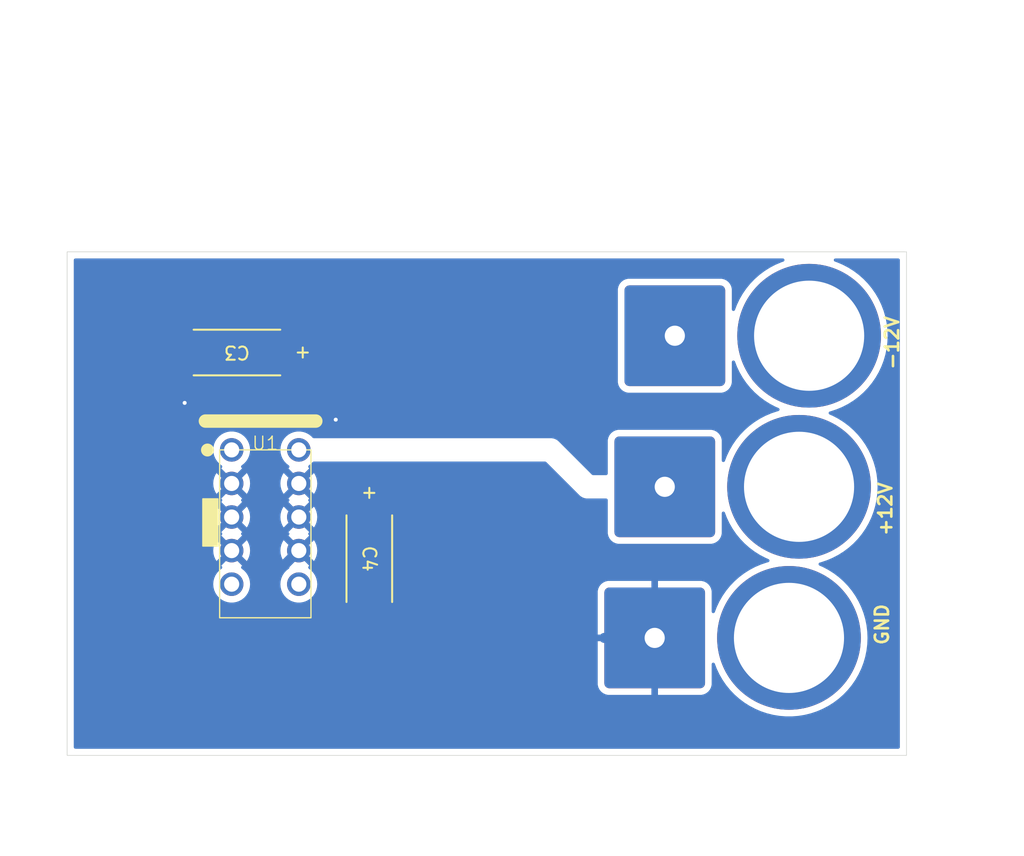
<source format=kicad_pcb>
(kicad_pcb (version 20240108) (generator "pcbnew") (generator_version "8.0")
  (layers (0 "F.Cu" signal) (1 "In1.Cu" power) (2 "In2.Cu" power) (31 "B.Cu" signal) (34 "B.Paste" user) (35 "F.Paste" user) (36 "B.SilkS" user "B.Silkscreen") (37 "F.SilkS" user "F.Silkscreen") (38 "B.Mask" user) (39 "F.Mask" user) (44 "Edge.Cuts" user))
  (net 0 "")
  (net 1 "GND")
  (net 2 "-12V")
  (net 3 "+12V")
  (footprint "adapterpcblib:Banana" (layer "F.Cu") (at 80.772 93.98)
    (property "Reference" "jk2" (at 0 -0.5 0) (layer "F.SilkS") (effects (font (thickness 0.1))))
    (property "Value" "~")
    (pad "2" thru_hole roundrect (at -10.16 0) (size 7.62 7.62) (drill 1.524) (layers "*.Cu" "*.Mask" "In3.Cu" "In4.Cu" "In5.Cu" "In6.Cu" "In7.Cu" "In8.Cu" "In9.Cu" "In10.Cu" "In11.Cu" "In12.Cu" "In13.Cu" "In14.Cu" "In15.Cu" "In16.Cu" "In17.Cu" "In18.Cu" "In19.Cu" "In20.Cu" "In21.Cu" "In22.Cu" "In23.Cu" "In24.Cu" "In25.Cu" "In26.Cu" "In27.Cu" "In28.Cu" "In29.Cu" "In30.Cu") (roundrect_rratio 0.04921259842) (net 3 "+12V"))
    (pad "m1" thru_hole circle (at 0 0) (size 10.8712 10.8712) (drill 8.3312) (layers "*.Cu" "*.Mask" "In3.Cu" "In4.Cu" "In5.Cu" "In6.Cu" "In7.Cu" "In8.Cu" "In9.Cu" "In10.Cu" "In11.Cu" "In12.Cu" "In13.Cu" "In14.Cu" "In15.Cu" "In16.Cu" "In17.Cu" "In18.Cu" "In19.Cu" "In20.Cu" "In21.Cu" "In22.Cu" "In23.Cu" "In24.Cu" "In25.Cu" "In26.Cu" "In27.Cu" "In28.Cu" "In29.Cu" "In30.Cu"))
  )
  (footprint "adapterpcblib:Header2x5" (layer "F.Cu") (at 40.386 91.186)
    (property "Reference" "U1" (at 0 -0.5 0) (layer "F.SilkS") (effects (font (thickness 0.1))))
    (property "Value" "~")
    (fp_line (start -4.525 -2.18) (end 3.825 -2.18) (stroke (width 1.016)) (layer "F.SilkS"))
    (fp_rect (start -4.72 3.705) (end -3.58 7.275) (stroke (width 0.1)) (fill solid) (layer "F.SilkS"))
    (fp_rect (start -3.45 0) (end 3.46 12.7) (stroke (width 0.1)) (fill none) (layer "F.SilkS"))
    (fp_circle (center -4.37 0.01) (end -3.93 0.01) (stroke (width 0.1)) (fill solid) (layer "F.SilkS"))
    (pad "1" thru_hole circle (at -2.54 0) (size 1.778 1.778) (drill 1.143) (layers "*.Cu" "*.Mask" "In3.Cu" "In4.Cu" "In5.Cu" "In6.Cu" "In7.Cu" "In8.Cu" "In9.Cu" "In10.Cu" "In11.Cu" "In12.Cu" "In13.Cu" "In14.Cu" "In15.Cu" "In16.Cu" "In17.Cu" "In18.Cu" "In19.Cu" "In20.Cu" "In21.Cu" "In22.Cu" "In23.Cu" "In24.Cu" "In25.Cu" "In26.Cu" "In27.Cu" "In28.Cu" "In29.Cu" "In30.Cu") (net 3 "+12V"))
    (pad "2" thru_hole circle (at 2.54 0) (size 1.778 1.778) (drill 1.143) (layers "*.Cu" "*.Mask" "In3.Cu" "In4.Cu" "In5.Cu" "In6.Cu" "In7.Cu" "In8.Cu" "In9.Cu" "In10.Cu" "In11.Cu" "In12.Cu" "In13.Cu" "In14.Cu" "In15.Cu" "In16.Cu" "In17.Cu" "In18.Cu" "In19.Cu" "In20.Cu" "In21.Cu" "In22.Cu" "In23.Cu" "In24.Cu" "In25.Cu" "In26.Cu" "In27.Cu" "In28.Cu" "In29.Cu" "In30.Cu") (net 3 "+12V"))
    (pad "3" thru_hole circle (at -2.54 2.54) (size 1.778 1.778) (drill 1.143) (layers "*.Cu" "*.Mask" "In3.Cu" "In4.Cu" "In5.Cu" "In6.Cu" "In7.Cu" "In8.Cu" "In9.Cu" "In10.Cu" "In11.Cu" "In12.Cu" "In13.Cu" "In14.Cu" "In15.Cu" "In16.Cu" "In17.Cu" "In18.Cu" "In19.Cu" "In20.Cu" "In21.Cu" "In22.Cu" "In23.Cu" "In24.Cu" "In25.Cu" "In26.Cu" "In27.Cu" "In28.Cu" "In29.Cu" "In30.Cu") (net 1 "GND"))
    (pad "4" thru_hole circle (at 2.54 2.54) (size 1.778 1.778) (drill 1.143) (layers "*.Cu" "*.Mask" "In3.Cu" "In4.Cu" "In5.Cu" "In6.Cu" "In7.Cu" "In8.Cu" "In9.Cu" "In10.Cu" "In11.Cu" "In12.Cu" "In13.Cu" "In14.Cu" "In15.Cu" "In16.Cu" "In17.Cu" "In18.Cu" "In19.Cu" "In20.Cu" "In21.Cu" "In22.Cu" "In23.Cu" "In24.Cu" "In25.Cu" "In26.Cu" "In27.Cu" "In28.Cu" "In29.Cu" "In30.Cu") (net 1 "GND"))
    (pad "5" thru_hole circle (at -2.54 5.08) (size 1.778 1.778) (drill 1.143) (layers "*.Cu" "*.Mask" "In3.Cu" "In4.Cu" "In5.Cu" "In6.Cu" "In7.Cu" "In8.Cu" "In9.Cu" "In10.Cu" "In11.Cu" "In12.Cu" "In13.Cu" "In14.Cu" "In15.Cu" "In16.Cu" "In17.Cu" "In18.Cu" "In19.Cu" "In20.Cu" "In21.Cu" "In22.Cu" "In23.Cu" "In24.Cu" "In25.Cu" "In26.Cu" "In27.Cu" "In28.Cu" "In29.Cu" "In30.Cu") (net 1 "GND"))
    (pad "6" thru_hole circle (at 2.54 5.08) (size 1.778 1.778) (drill 1.143) (layers "*.Cu" "*.Mask" "In3.Cu" "In4.Cu" "In5.Cu" "In6.Cu" "In7.Cu" "In8.Cu" "In9.Cu" "In10.Cu" "In11.Cu" "In12.Cu" "In13.Cu" "In14.Cu" "In15.Cu" "In16.Cu" "In17.Cu" "In18.Cu" "In19.Cu" "In20.Cu" "In21.Cu" "In22.Cu" "In23.Cu" "In24.Cu" "In25.Cu" "In26.Cu" "In27.Cu" "In28.Cu" "In29.Cu" "In30.Cu") (net 1 "GND"))
    (pad "7" thru_hole circle (at -2.54 7.62) (size 1.778 1.778) (drill 1.143) (layers "*.Cu" "*.Mask" "In3.Cu" "In4.Cu" "In5.Cu" "In6.Cu" "In7.Cu" "In8.Cu" "In9.Cu" "In10.Cu" "In11.Cu" "In12.Cu" "In13.Cu" "In14.Cu" "In15.Cu" "In16.Cu" "In17.Cu" "In18.Cu" "In19.Cu" "In20.Cu" "In21.Cu" "In22.Cu" "In23.Cu" "In24.Cu" "In25.Cu" "In26.Cu" "In27.Cu" "In28.Cu" "In29.Cu" "In30.Cu") (net 1 "GND"))
    (pad "8" thru_hole circle (at 2.54 7.62) (size 1.778 1.778) (drill 1.143) (layers "*.Cu" "*.Mask" "In3.Cu" "In4.Cu" "In5.Cu" "In6.Cu" "In7.Cu" "In8.Cu" "In9.Cu" "In10.Cu" "In11.Cu" "In12.Cu" "In13.Cu" "In14.Cu" "In15.Cu" "In16.Cu" "In17.Cu" "In18.Cu" "In19.Cu" "In20.Cu" "In21.Cu" "In22.Cu" "In23.Cu" "In24.Cu" "In25.Cu" "In26.Cu" "In27.Cu" "In28.Cu" "In29.Cu" "In30.Cu") (net 1 "GND"))
    (pad "9" thru_hole circle (at -2.54 10.16) (size 1.778 1.778) (drill 1.143) (layers "*.Cu" "*.Mask" "In3.Cu" "In4.Cu" "In5.Cu" "In6.Cu" "In7.Cu" "In8.Cu" "In9.Cu" "In10.Cu" "In11.Cu" "In12.Cu" "In13.Cu" "In14.Cu" "In15.Cu" "In16.Cu" "In17.Cu" "In18.Cu" "In19.Cu" "In20.Cu" "In21.Cu" "In22.Cu" "In23.Cu" "In24.Cu" "In25.Cu" "In26.Cu" "In27.Cu" "In28.Cu" "In29.Cu" "In30.Cu") (net 2 "-12V"))
    (pad "10" thru_hole circle (at 2.54 10.16) (size 1.778 1.778) (drill 1.143) (layers "*.Cu" "*.Mask" "In3.Cu" "In4.Cu" "In5.Cu" "In6.Cu" "In7.Cu" "In8.Cu" "In9.Cu" "In10.Cu" "In11.Cu" "In12.Cu" "In13.Cu" "In14.Cu" "In15.Cu" "In16.Cu" "In17.Cu" "In18.Cu" "In19.Cu" "In20.Cu" "In21.Cu" "In22.Cu" "In23.Cu" "In24.Cu" "In25.Cu" "In26.Cu" "In27.Cu" "In28.Cu" "In29.Cu" "In30.Cu") (net 2 "-12V"))
  )
  (footprint "customfootprints:10uFtantcap" (layer "F.Cu") (at 48.26 99.416704 -90)
    (property "Reference" "C4" (at 0 0 -90) (layer "F.SilkS"))
    (property "Value" "T491C106M025AT7280" (hide yes))
    (fp_line (start -3.276994 1.726997) (end 3.276994 1.726997) (stroke (width 0.1524)) (layer "F.SilkS"))
    (fp_line (start -4.596993 0) (end -5.358993 0) (stroke (width 0.1524)) (layer "F.SilkS"))
    (fp_line (start -4.977993 -0.381) (end -4.977993 0.381) (stroke (width 0.1524)) (layer "F.SilkS"))
    (fp_line (start 3.276994 -1.726997) (end -3.276994 -1.726997) (stroke (width 0.1524)) (layer "F.SilkS"))
    (pad "1" smd rect (at -1.933296 0) (size 2.299995 2.941396) (layers "F.Cu" "F.Paste" "F.Mask") (net 1 "GND"))
    (pad "2" smd rect (at 1.933296 0) (size 2.299995 2.941396) (layers "F.Cu" "F.Paste" "F.Mask") (net 2 "-12V"))
  )
  (footprint "adapterpcblib:Banana" (layer "F.Cu") (at 81.534 82.55)
    (property "Reference" "jk1" (at 0 -0.5 0) (layer "F.SilkS") (effects (font (thickness 0.1))))
    (property "Value" "~")
    (pad "2" thru_hole roundrect (at -10.16 0) (size 7.62 7.62) (drill 1.524) (layers "*.Cu" "*.Mask" "In3.Cu" "In4.Cu" "In5.Cu" "In6.Cu" "In7.Cu" "In8.Cu" "In9.Cu" "In10.Cu" "In11.Cu" "In12.Cu" "In13.Cu" "In14.Cu" "In15.Cu" "In16.Cu" "In17.Cu" "In18.Cu" "In19.Cu" "In20.Cu" "In21.Cu" "In22.Cu" "In23.Cu" "In24.Cu" "In25.Cu" "In26.Cu" "In27.Cu" "In28.Cu" "In29.Cu" "In30.Cu") (roundrect_rratio 0.04921259842) (net 2 "-12V"))
    (pad "m1" thru_hole circle (at 0 0) (size 10.8712 10.8712) (drill 8.3312) (layers "*.Cu" "*.Mask" "In3.Cu" "In4.Cu" "In5.Cu" "In6.Cu" "In7.Cu" "In8.Cu" "In9.Cu" "In10.Cu" "In11.Cu" "In12.Cu" "In13.Cu" "In14.Cu" "In15.Cu" "In16.Cu" "In17.Cu" "In18.Cu" "In19.Cu" "In20.Cu" "In21.Cu" "In22.Cu" "In23.Cu" "In24.Cu" "In25.Cu" "In26.Cu" "In27.Cu" "In28.Cu" "In29.Cu" "In30.Cu"))
  )
  (footprint "adapterpcblib:Banana" (layer "F.Cu") (at 80.01 105.41)
    (property "Reference" "jk3" (at 0 -0.5 0) (layer "F.SilkS") (effects (font (thickness 0.1))))
    (property "Value" "~")
    (pad "2" thru_hole roundrect (at -10.16 0) (size 7.62 7.62) (drill 1.524) (layers "*.Cu" "*.Mask" "In3.Cu" "In4.Cu" "In5.Cu" "In6.Cu" "In7.Cu" "In8.Cu" "In9.Cu" "In10.Cu" "In11.Cu" "In12.Cu" "In13.Cu" "In14.Cu" "In15.Cu" "In16.Cu" "In17.Cu" "In18.Cu" "In19.Cu" "In20.Cu" "In21.Cu" "In22.Cu" "In23.Cu" "In24.Cu" "In25.Cu" "In26.Cu" "In27.Cu" "In28.Cu" "In29.Cu" "In30.Cu") (roundrect_rratio 0.04921259842) (net 1 "GND"))
    (pad "m1" thru_hole circle (at 0 0) (size 10.8712 10.8712) (drill 8.3312) (layers "*.Cu" "*.Mask" "In3.Cu" "In4.Cu" "In5.Cu" "In6.Cu" "In7.Cu" "In8.Cu" "In9.Cu" "In10.Cu" "In11.Cu" "In12.Cu" "In13.Cu" "In14.Cu" "In15.Cu" "In16.Cu" "In17.Cu" "In18.Cu" "In19.Cu" "In20.Cu" "In21.Cu" "In22.Cu" "In23.Cu" "In24.Cu" "In25.Cu" "In26.Cu" "In27.Cu" "In28.Cu" "In29.Cu" "In30.Cu"))
  )
  (footprint "customfootprints:10uFtantcap" (layer "F.Cu") (at 38.246704 83.82 180)
    (property "Reference" "C3" (at 0 0 180) (layer "F.SilkS"))
    (property "Value" "T491C106M025AT7280" (hide yes))
    (fp_line (start 3.276994 -1.726997) (end -3.276994 -1.726997) (stroke (width 0.1524)) (layer "F.SilkS"))
    (fp_line (start -3.276994 1.726997) (end 3.276994 1.726997) (stroke (width 0.1524)) (layer "F.SilkS"))
    (fp_line (start -4.596993 0) (end -5.358993 0) (stroke (width 0.1524)) (layer "F.SilkS"))
    (fp_line (start -4.977993 -0.381) (end -4.977993 0.381) (stroke (width 0.1524)) (layer "F.SilkS"))
    (pad "1" smd rect (at -1.933296 0 270) (size 2.299995 2.941396) (layers "F.Cu" "F.Paste" "F.Mask") (net 3 "+12V"))
    (pad "2" smd rect (at 1.933296 0 270) (size 2.299995 2.941396) (layers "F.Cu" "F.Paste" "F.Mask") (net 1 "GND"))
  )
  (gr_rect (start 25.4 76.2) (end 88.9 114.3) (stroke (width 0.05)) (fill none) (layer "Edge.Cuts"))
  (gr_text "+12V" (at 87.884 97.79 90) (layer "F.SilkS") (effects (font (size 1 1) (thickness 0.2) (bold yes)) (justify left bottom)))
  (gr_text "GND" (at 87.63 106.045 90) (layer "F.SilkS") (effects (font (size 1 1) (thickness 0.2) (bold yes)) (justify left bottom)))
  (gr_text "-12V" (at 88.392 85.217 90) (layer "F.SilkS") (effects (font (size 1 1) (thickness 0.2) (bold yes)) (justify left bottom)))
  (segment (start 36.269492 85.598) (end 36.773408 85.598) (width 0.762) (layer "F.Cu") (net 1))
  (segment (start 34.29 87.63) (end 34.29 86.889886) (width 1.016) (layer "F.Cu") (net 1))
  (segment (start 34.29 86.889886) (end 36.089886 85.09) (width 1.016) (layer "F.Cu") (net 1))
  (segment (start 36.089886 85.09) (end 36.773408 85.09) (width 1.016) (layer "F.Cu") (net 1))
  (via (at 34.29 87.63) (size 0.5) (drill 0.3) (layers "F.Cu" "B.Cu") (net 1))
  (segment (start 69.85 105.41) (end 66.04 105.41) (width 0.762) (layer "B.Cu") (net 1))
  (segment (start 39.37 111.76) (end 39.37 102.362) (width 0.762) (layer "B.Cu") (net 1))
  (segment (start 39.37 102.362) (end 42.926 98.806) (width 0.762) (layer "B.Cu") (net 1))
  (segment (start 71.374 82.55) (end 71.374 83.566) (width 1.016) (layer "F.Cu") (net 2))
  (segment (start 40.64 85.09) (end 41.91 85.09) (width 0.762) (layer "F.Cu") (net 3))
  (segment (start 41.91 85.09) (end 45.72 88.9) (width 0.762) (layer "F.Cu") (net 3))
  (via (at 45.72 88.9) (size 0.5) (drill 0.3) (layers "F.Cu" "B.Cu") (net 3))
  (zone (net 1) (net_name "GND") (layer "B.Cu") (priority 6) (connect_pads (clearance 0.5)) (min_thickness 0.25) (fill yes (thermal_gap 0.5) (thermal_bridge_width 0.5) (island_removal_mode 1) (island_area_min 9.999998))
    (polygon (pts (xy 25.4 76.2) (xy 88.9 76.2) (xy 88.9 114.3) (xy 25.4 114.3)))
  )
)
</source>
